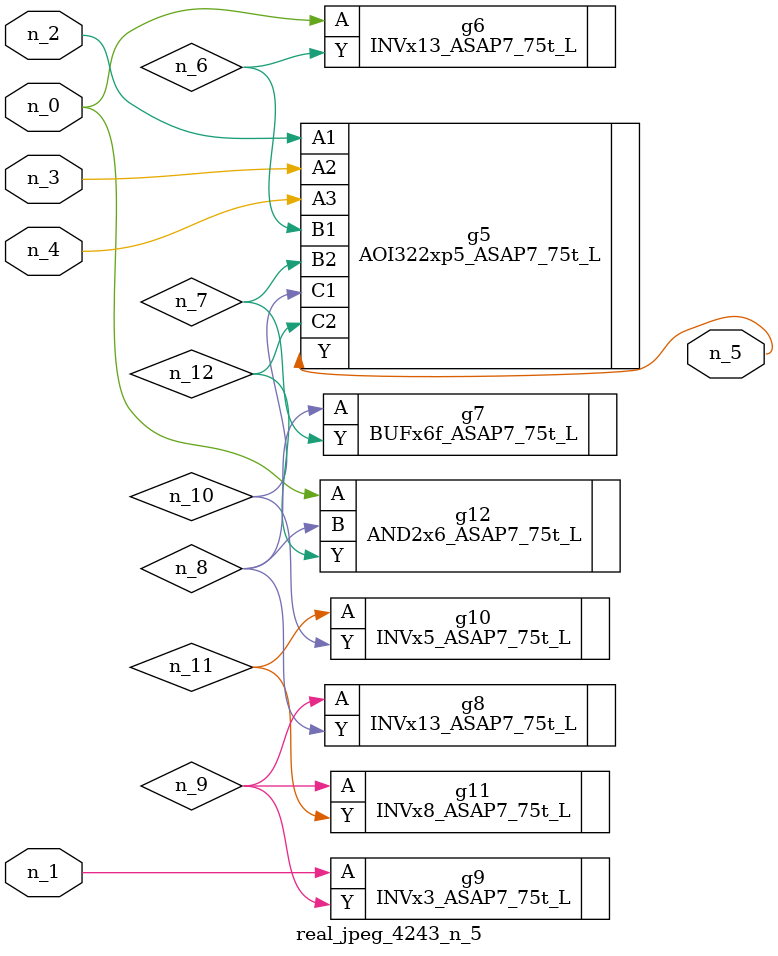
<source format=v>
module real_jpeg_4243_n_5 (n_4, n_0, n_1, n_2, n_3, n_5);

input n_4;
input n_0;
input n_1;
input n_2;
input n_3;

output n_5;

wire n_12;
wire n_8;
wire n_11;
wire n_6;
wire n_7;
wire n_10;
wire n_9;

INVx13_ASAP7_75t_L g6 ( 
.A(n_0),
.Y(n_6)
);

AND2x6_ASAP7_75t_L g12 ( 
.A(n_0),
.B(n_8),
.Y(n_12)
);

INVx3_ASAP7_75t_L g9 ( 
.A(n_1),
.Y(n_9)
);

AOI322xp5_ASAP7_75t_L g5 ( 
.A1(n_2),
.A2(n_3),
.A3(n_4),
.B1(n_6),
.B2(n_7),
.C1(n_10),
.C2(n_12),
.Y(n_5)
);

BUFx6f_ASAP7_75t_L g7 ( 
.A(n_8),
.Y(n_7)
);

INVx13_ASAP7_75t_L g8 ( 
.A(n_9),
.Y(n_8)
);

INVx8_ASAP7_75t_L g11 ( 
.A(n_9),
.Y(n_11)
);

INVx5_ASAP7_75t_L g10 ( 
.A(n_11),
.Y(n_10)
);


endmodule
</source>
